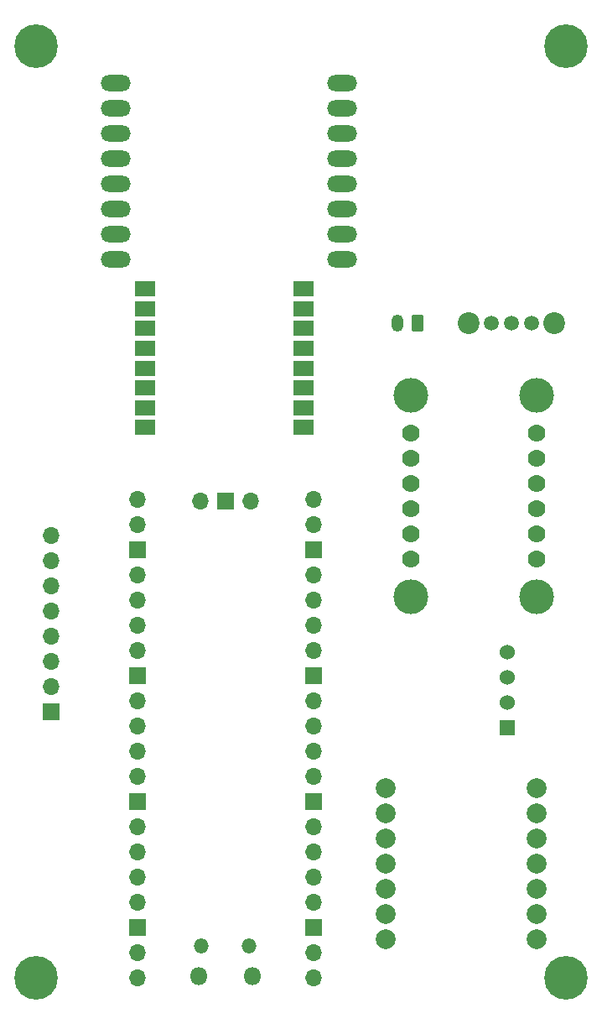
<source format=gbr>
%TF.GenerationSoftware,KiCad,Pcbnew,8.0.6*%
%TF.CreationDate,2025-06-01T11:12:23+01:00*%
%TF.ProjectId,Leo_Cansat,4c656f5f-4361-46e7-9361-742e6b696361,rev?*%
%TF.SameCoordinates,Original*%
%TF.FileFunction,Soldermask,Bot*%
%TF.FilePolarity,Negative*%
%FSLAX46Y46*%
G04 Gerber Fmt 4.6, Leading zero omitted, Abs format (unit mm)*
G04 Created by KiCad (PCBNEW 8.0.6) date 2025-06-01 11:12:23*
%MOMM*%
%LPD*%
G01*
G04 APERTURE LIST*
G04 Aperture macros list*
%AMRoundRect*
0 Rectangle with rounded corners*
0 $1 Rounding radius*
0 $2 $3 $4 $5 $6 $7 $8 $9 X,Y pos of 4 corners*
0 Add a 4 corners polygon primitive as box body*
4,1,4,$2,$3,$4,$5,$6,$7,$8,$9,$2,$3,0*
0 Add four circle primitives for the rounded corners*
1,1,$1+$1,$2,$3*
1,1,$1+$1,$4,$5*
1,1,$1+$1,$6,$7*
1,1,$1+$1,$8,$9*
0 Add four rect primitives between the rounded corners*
20,1,$1+$1,$2,$3,$4,$5,0*
20,1,$1+$1,$4,$5,$6,$7,0*
20,1,$1+$1,$6,$7,$8,$9,0*
20,1,$1+$1,$8,$9,$2,$3,0*%
G04 Aperture macros list end*
%ADD10C,2.000000*%
%ADD11R,1.524000X1.524000*%
%ADD12C,1.524000*%
%ADD13C,4.400000*%
%ADD14O,3.048800X1.626400*%
%ADD15C,2.200000*%
%ADD16C,1.500000*%
%ADD17C,3.500000*%
%ADD18C,1.778000*%
%ADD19O,1.800000X1.800000*%
%ADD20O,1.500000X1.500000*%
%ADD21O,1.700000X1.700000*%
%ADD22R,1.700000X1.700000*%
%ADD23R,2.000000X1.500000*%
%ADD24RoundRect,0.250000X0.350000X0.625000X-0.350000X0.625000X-0.350000X-0.625000X0.350000X-0.625000X0*%
%ADD25O,1.200000X1.750000*%
G04 APERTURE END LIST*
D10*
%TO.C,U7*%
X129042500Y-168082500D03*
X129042500Y-165542500D03*
X129042500Y-163002500D03*
X129042500Y-160462500D03*
X129042500Y-157922500D03*
X129042500Y-155382500D03*
X129042500Y-152842500D03*
X113802500Y-168082500D03*
X113802500Y-165542500D03*
X113802500Y-163002500D03*
X113802500Y-160462500D03*
X113802500Y-157922500D03*
X113802500Y-155382500D03*
X113802500Y-152842500D03*
%TD*%
D11*
%TO.C,U5*%
X126080000Y-146810000D03*
D12*
X126080000Y-144270000D03*
X126080000Y-141730000D03*
X126080000Y-139190000D03*
%TD*%
D13*
%TO.C,H4*%
X132000000Y-172000000D03*
%TD*%
D14*
%TO.C,U2*%
X86570000Y-81770000D03*
X86570000Y-84310000D03*
X86570000Y-86850000D03*
X86570000Y-89390000D03*
X86570000Y-91930000D03*
X86570000Y-94470000D03*
X86570000Y-97010000D03*
X86570000Y-99550000D03*
X109430000Y-99550000D03*
X109430000Y-97010000D03*
X109430000Y-94470000D03*
X109430000Y-91930000D03*
X109430000Y-89390000D03*
X109430000Y-86850000D03*
X109430000Y-84310000D03*
X109430000Y-81770000D03*
%TD*%
D15*
%TO.C,SW1*%
X130800000Y-106000000D03*
X122200000Y-106000000D03*
D16*
X128500000Y-106000000D03*
X126500000Y-106000000D03*
X124500000Y-106000000D03*
%TD*%
D13*
%TO.C,H1*%
X78500000Y-78000000D03*
%TD*%
D17*
%TO.C,U6*%
X116305000Y-113210000D03*
X116305000Y-133530000D03*
X129005000Y-113210000D03*
X129005000Y-133530000D03*
D18*
X129005000Y-129720000D03*
X129005000Y-127180000D03*
X129005000Y-124640000D03*
X129005000Y-122100000D03*
X129005000Y-119560000D03*
X129005000Y-117020000D03*
X116305000Y-117020000D03*
X116305000Y-119560000D03*
X116305000Y-122100000D03*
X116305000Y-124640000D03*
X116305000Y-127180000D03*
X116305000Y-129720000D03*
%TD*%
D13*
%TO.C,H3*%
X78500000Y-172000000D03*
%TD*%
D19*
%TO.C,U1*%
X100335000Y-171850000D03*
D20*
X100035000Y-168820000D03*
X95185000Y-168820000D03*
D19*
X94885000Y-171850000D03*
D21*
X106500000Y-171980000D03*
X106500000Y-169440000D03*
D22*
X106500000Y-166900000D03*
D21*
X106500000Y-164360000D03*
X106500000Y-161820000D03*
X106500000Y-159280000D03*
X106500000Y-156740000D03*
D22*
X106500000Y-154200000D03*
D21*
X106500000Y-151660000D03*
X106500000Y-149120000D03*
X106500000Y-146580000D03*
X106500000Y-144040000D03*
D22*
X106500000Y-141500000D03*
D21*
X106500000Y-138960000D03*
X106500000Y-136420000D03*
X106500000Y-133880000D03*
X106500000Y-131340000D03*
D22*
X106500000Y-128800000D03*
D21*
X106500000Y-126260000D03*
X106500000Y-123720000D03*
X88720000Y-123720000D03*
X88720000Y-126260000D03*
D22*
X88720000Y-128800000D03*
D21*
X88720000Y-131340000D03*
X88720000Y-133880000D03*
X88720000Y-136420000D03*
X88720000Y-138960000D03*
D22*
X88720000Y-141500000D03*
D21*
X88720000Y-144040000D03*
X88720000Y-146580000D03*
X88720000Y-149120000D03*
X88720000Y-151660000D03*
D22*
X88720000Y-154200000D03*
D21*
X88720000Y-156740000D03*
X88720000Y-159280000D03*
X88720000Y-161820000D03*
X88720000Y-164360000D03*
D22*
X88720000Y-166900000D03*
D21*
X88720000Y-169440000D03*
X88720000Y-171980000D03*
X100150000Y-123950000D03*
D22*
X97610000Y-123950000D03*
D21*
X95070000Y-123950000D03*
%TD*%
D13*
%TO.C,H2*%
X132000000Y-78000000D03*
%TD*%
D23*
%TO.C,U3*%
X105500000Y-102500000D03*
X105500000Y-104500000D03*
X105500000Y-106500000D03*
X105500000Y-108500000D03*
X105500000Y-110500000D03*
X105500000Y-112500000D03*
X105500000Y-114500000D03*
X105500000Y-116500000D03*
X89500000Y-116500000D03*
X89500000Y-114500000D03*
X89500000Y-112500000D03*
X89500000Y-110500000D03*
X89500000Y-108500000D03*
X89500000Y-106500000D03*
X89500000Y-104500000D03*
X89500000Y-102500000D03*
%TD*%
D22*
%TO.C,U4*%
X80000000Y-145200000D03*
D21*
X80000000Y-142660000D03*
X80000000Y-140120000D03*
X80000000Y-137580000D03*
X80000000Y-135040000D03*
X80000000Y-132500000D03*
X80000000Y-129960000D03*
X80000000Y-127420000D03*
%TD*%
D24*
%TO.C,BT1*%
X117000000Y-106000000D03*
D25*
X115000000Y-106000000D03*
%TD*%
M02*

</source>
